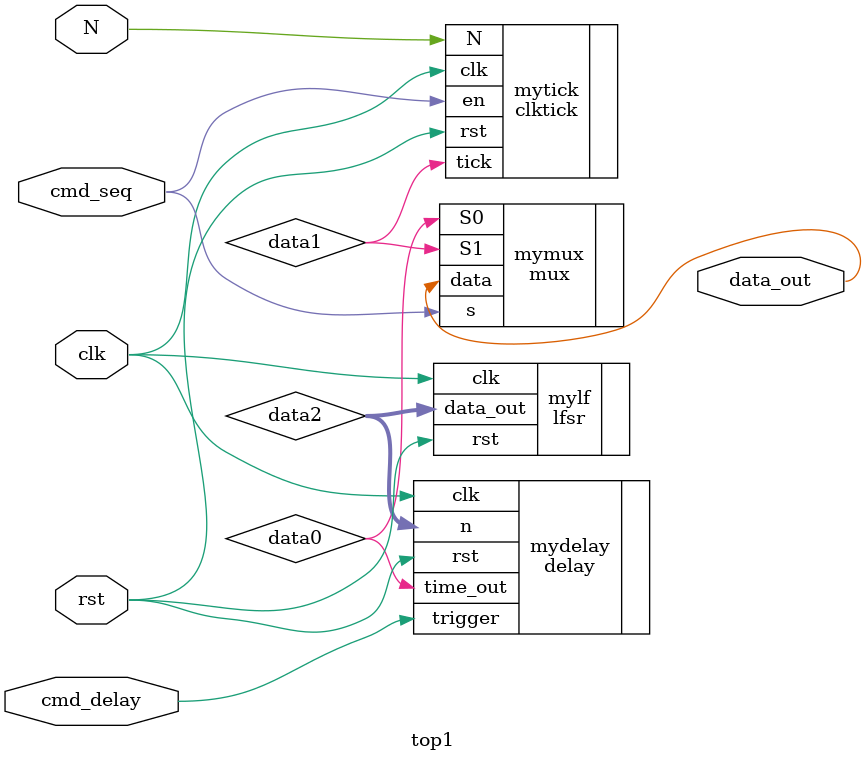
<source format=sv>
module top1 (
    input logic clk,
    input logic rst,
    input logic cmd_seq,
    input logic cmd_delay,
    input logic N,
    output logic data_out
);

logic data1, data0;
logic [6:0] data2;


mux mymux(
   .s(cmd_seq),
   .S0(data0),
   .S1(data1),
   .data(data_out)
);

lfsr mylf(
    .clk(clk),
    .rst(rst),
    .data_out(data2)
);

delay #(7) mydelay(
    .clk(clk),
    .rst(rst),
    .trigger(cmd_delay),
    .n(data2),
    .time_out(data0)
);

clktick mytick (
    .rst(rst),
    .clk(clk),
    .en(cmd_seq),
    .N(N),
    .tick(data1)
);










endmodule

</source>
